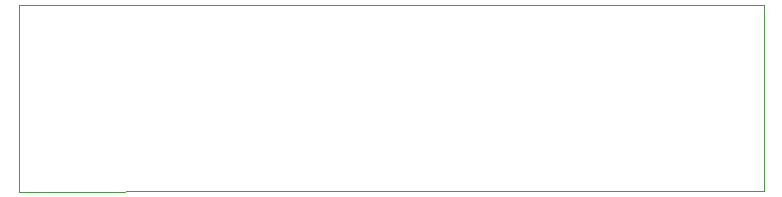
<source format=gbr>
G04 #@! TF.GenerationSoftware,KiCad,Pcbnew,(5.1.6-0-10_14)*
G04 #@! TF.CreationDate,2020-07-22T22:48:04-07:00*
G04 #@! TF.ProjectId,VineHoop_V1_2,56696e65-486f-46f7-905f-56315f322e6b,rev?*
G04 #@! TF.SameCoordinates,Original*
G04 #@! TF.FileFunction,Profile,NP*
%FSLAX46Y46*%
G04 Gerber Fmt 4.6, Leading zero omitted, Abs format (unit mm)*
G04 Created by KiCad (PCBNEW (5.1.6-0-10_14)) date 2020-07-22 22:48:04*
%MOMM*%
%LPD*%
G01*
G04 APERTURE LIST*
G04 #@! TA.AperFunction,Profile*
%ADD10C,0.050000*%
G04 #@! TD*
G04 APERTURE END LIST*
D10*
X122364500Y-56388000D02*
X122364500Y-72199500D01*
X140208000Y-72136000D02*
X122364500Y-72199500D01*
X185420000Y-56388000D02*
X122364500Y-56388000D01*
X185420000Y-56388000D02*
X185420000Y-72136000D01*
X185420000Y-72136000D02*
X140208000Y-72136000D01*
M02*

</source>
